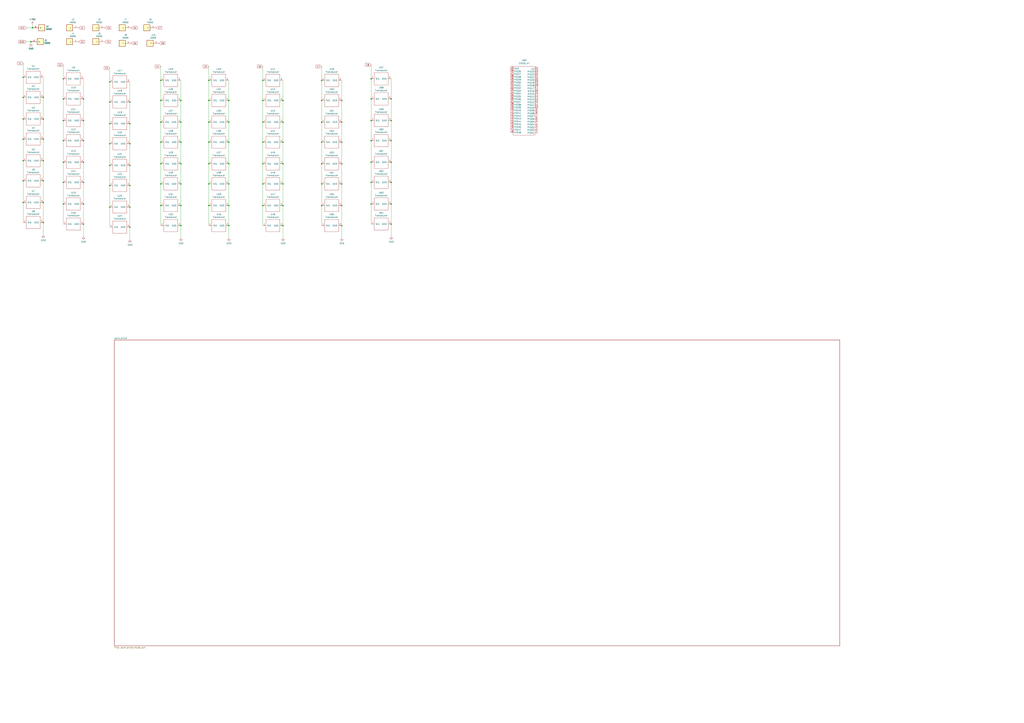
<source format=kicad_sch>
(kicad_sch (version 20211123) (generator eeschema)
  (paper "A1")
  (lib_symbols
    (symbol "SeniorDesign:+70V" (power) (pin_names (offset 0))
      (property "Value" "SeniorDesign_+70V" (at 0 3.556 0))
      (symbol "+70V_0_1"
        (polyline (pts (xy -0.762 1.27) (xy 0 2.54)))
        (polyline (pts (xy 0 0) (xy 0 2.54)))
        (polyline (pts (xy 0 2.54) (xy 0.762 1.27)))
      )
      (symbol "+70V_1_1"
        (pin power_in line (at 0 0 180) (length 0) hide (name "+70V") (number "~"))
      )
    )
    (symbol "SeniorDesign:5000" (pin_names (offset 1.016))
      (property "Reference" "J" (at -2.54 3.81 0))
      (property "Value" "SeniorDesign_5000" (at -2.54 -3.81 0))
      (symbol "5000_0_0"
        (rectangle (start -2.54 -2.54) (end 2.54 2.54) (stroke (width 0.254)) (fill (type background)))
        (pin passive line (at -7.62 0 0) (length 5.08) (name "1") (number "1"))
      )
    )
    (symbol "SeniorDesign:CMOD_A7"
      (property "Reference" "U" (at 8.89 1.016 0))
      (property "Value" "CMOD_A7" (at 9.398 -57.658 0))
      (symbol "CMOD_A7_0_1"
        (rectangle (start 0 0) (end 17.78 -56.388))
      )
      (symbol "CMOD_A7_1_1"
        (pin input line (at 20.32 -54.61 180) (length 2.54) (name "PIO01") (number "1"))
        (pin input line (at 20.32 -34.036 180) (length 2.54) (name "PIO10") (number "10"))
        (pin input line (at 20.32 -31.75 180) (length 2.54) (name "PIO11") (number "11"))
        (pin input line (at 20.32 -29.464 180) (length 2.54) (name "PIO12") (number "12"))
        (pin input line (at 20.32 -27.178 180) (length 2.54) (name "PIO13") (number "13"))
        (pin input line (at 20.32 -24.892 180) (length 2.54) (name "PIO14") (number "14"))
        (pin input line (at 20.32 -22.606 180) (length 2.54) (name "AIN15") (number "15"))
        (pin input line (at 20.32 -20.32 180) (length 2.54) (name "AIN16") (number "16"))
        (pin input line (at 20.32 -18.034 180) (length 2.54) (name "PIO17") (number "17"))
        (pin input line (at 20.32 -15.748 180) (length 2.54) (name "PIO18") (number "18"))
        (pin input line (at 20.32 -13.462 180) (length 2.54) (name "PIO19") (number "19"))
        (pin input line (at 20.32 -52.324 180) (length 2.54) (name "PIO02") (number "2"))
        (pin input line (at 20.32 -11.176 180) (length 2.54) (name "PIO20") (number "20"))
        (pin input line (at 20.32 -8.89 180) (length 2.54) (name "PIO21") (number "21"))
        (pin input line (at 20.32 -6.604 180) (length 2.54) (name "PIO22") (number "22"))
        (pin input line (at 20.32 -4.318 180) (length 2.54) (name "PIO23") (number "23"))
        (pin input line (at 20.32 -2.032 180) (length 2.54) (name "VU") (number "24"))
        (pin input line (at -2.54 -1.778 0) (length 2.54) (name "GND") (number "25"))
        (pin input line (at -2.54 -4.064 0) (length 2.54) (name "PIO26") (number "26"))
        (pin input line (at -2.54 -6.35 0) (length 2.54) (name "PIO27") (number "27"))
        (pin input line (at -2.54 -8.636 0) (length 2.54) (name "PIO28") (number "28"))
        (pin input line (at -2.54 -10.922 0) (length 2.54) (name "PIO29") (number "29"))
        (pin input line (at 20.32 -50.038 180) (length 2.54) (name "PIO03") (number "3"))
        (pin input line (at -2.54 -13.208 0) (length 2.54) (name "PIO30") (number "30"))
        (pin input line (at -2.54 -15.494 0) (length 2.54) (name "PIO31") (number "31"))
        (pin input line (at -2.54 -17.78 0) (length 2.54) (name "PIO32") (number "32"))
        (pin input line (at -2.54 -20.066 0) (length 2.54) (name "PIO33") (number "33"))
        (pin input line (at -2.54 -22.352 0) (length 2.54) (name "PIO34") (number "34"))
        (pin input line (at -2.54 -24.638 0) (length 2.54) (name "PIO35") (number "35"))
        (pin input line (at -2.54 -26.924 0) (length 2.54) (name "PIO36") (number "36"))
        (pin input line (at -2.54 -29.21 0) (length 2.54) (name "PIO37") (number "37"))
        (pin input line (at -2.54 -31.496 0) (length 2.54) (name "PIO38") (number "38"))
        (pin input line (at -2.54 -33.782 0) (length 2.54) (name "PIO39") (number "39"))
        (pin input line (at 20.32 -47.752 180) (length 2.54) (name "PIO04") (number "4"))
        (pin input line (at -2.54 -36.068 0) (length 2.54) (name "PIO40") (number "40"))
        (pin input line (at -2.54 -38.354 0) (length 2.54) (name "PIO41") (number "41"))
        (pin input line (at -2.54 -40.64 0) (length 2.54) (name "PIO42") (number "42"))
        (pin input line (at -2.54 -42.926 0) (length 2.54) (name "PIO43") (number "43"))
        (pin input line (at -2.54 -45.212 0) (length 2.54) (name "PIO44") (number "44"))
        (pin input line (at -2.54 -47.498 0) (length 2.54) (name "PIO45") (number "45"))
        (pin input line (at -2.54 -49.784 0) (length 2.54) (name "PIO46") (number "46"))
        (pin input line (at -2.54 -52.07 0) (length 2.54) (name "PIO47") (number "47"))
        (pin input line (at -2.54 -54.356 0) (length 2.54) (name "PIO48") (number "48"))
        (pin input line (at 20.32 -45.466 180) (length 2.54) (name "PIO05") (number "5"))
        (pin input line (at 20.32 -43.18 180) (length 2.54) (name "PIO06") (number "6"))
        (pin input line (at 20.32 -40.894 180) (length 2.54) (name "PIO07") (number "7"))
        (pin input line (at 20.32 -38.608 180) (length 2.54) (name "PIO08") (number "8"))
        (pin input line (at 20.32 -36.322 180) (length 2.54) (name "PIO09") (number "9"))
      )
    )
    (symbol "SeniorDesign:Transducer" (pin_names (offset 1.016))
      (property "Reference" "U" (at 10.16 11.43 0))
      (property "Value" "SeniorDesign_Transducer" (at 5.08 -1.27 0))
      (symbol "Transducer_0_1"
        (rectangle (start 0 0) (end 11.43 10.16))
      )
      (symbol "Transducer_1_1"
        (pin input line (at -2.54 5.08 0) (length 2.54) (name "SIG") (number "1"))
        (pin input line (at 13.97 5.08 180) (length 2.54) (name "GND") (number "2"))
      )
    )
    (symbol "power:GND" (power) (pin_names (offset 0))
      (property "Value" "GND" (at 0 -3.81 0))
      (symbol "GND_0_1"
        (polyline (pts (xy 0 0) (xy 0 -1.27) (xy 1.27 -1.27) (xy 0 -2.54) (xy -1.27 -1.27) (xy 0 -1.27)))
      )
      (symbol "GND_1_1"
        (pin power_in line (at 0 0 270) (length 0) hide (name "GND") (number "1"))
      )
    )
  )
  (junction (at 35.56 97.79))
  (junction (at 304.8 133.35))
  (junction (at 215.9 116.84))
  (junction (at 148.59 151.13))
  (junction (at 19.05 166.37))
  (junction (at 171.45 151.13))
  (junction (at 187.96 82.55))
  (junction (at 264.16 116.84))
  (junction (at 106.68 118.11))
  (junction (at 321.31 167.64))
  (junction (at 25.4 34.29))
  (junction (at 321.31 115.57))
  (junction (at 68.58 81.28))
  (junction (at 304.8 115.57))
  (junction (at 90.17 135.89))
  (junction (at 90.17 67.31))
  (junction (at 215.9 134.62))
  (junction (at 35.56 182.88))
  (junction (at 304.8 167.64))
  (junction (at 132.08 134.62))
  (junction (at 19.05 132.08))
  (junction (at 35.56 166.37))
  (junction (at 264.16 66.04))
  (junction (at 19.05 97.79))
  (junction (at 321.31 133.35))
  (junction (at 321.31 99.06))
  (junction (at 264.16 168.91))
  (junction (at 132.08 116.84))
  (junction (at 171.45 134.62))
  (junction (at 215.9 82.55))
  (junction (at 264.16 100.33))
  (junction (at 90.17 152.4))
  (junction (at 304.8 81.28))
  (junction (at 52.07 149.86))
  (junction (at 187.96 100.33))
  (junction (at 215.9 151.13))
  (junction (at 280.67 168.91))
  (junction (at 232.41 82.55))
  (junction (at 232.41 185.42))
  (junction (at 68.58 99.06))
  (junction (at 148.59 168.91))
  (junction (at 52.07 133.35))
  (junction (at 132.08 151.13))
  (junction (at 19.05 148.59))
  (junction (at 148.59 100.33))
  (junction (at 148.59 116.84))
  (junction (at 106.68 152.4))
  (junction (at 280.67 134.62))
  (junction (at 52.07 167.64))
  (junction (at 106.68 83.82))
  (junction (at 106.68 135.89))
  (junction (at 304.8 64.77))
  (junction (at 148.59 134.62))
  (junction (at 215.9 66.04))
  (junction (at 132.08 100.33))
  (junction (at 304.8 149.86))
  (junction (at 171.45 168.91))
  (junction (at 19.05 114.3))
  (junction (at 187.96 185.42))
  (junction (at 90.17 101.6))
  (junction (at 148.59 185.42))
  (junction (at 187.96 168.91))
  (junction (at 68.58 133.35))
  (junction (at 19.05 63.5))
  (junction (at 52.07 81.28))
  (junction (at 304.8 99.06))
  (junction (at 68.58 167.64))
  (junction (at 232.41 134.62))
  (junction (at 35.56 114.3))
  (junction (at 35.56 132.08))
  (junction (at 187.96 134.62))
  (junction (at 90.17 83.82))
  (junction (at 52.07 64.77))
  (junction (at 232.41 168.91))
  (junction (at 148.59 82.55))
  (junction (at 132.08 82.55))
  (junction (at 26.67 22.86))
  (junction (at 321.31 149.86))
  (junction (at 106.68 101.6))
  (junction (at 68.58 149.86))
  (junction (at 232.41 100.33))
  (junction (at 264.16 82.55))
  (junction (at 171.45 100.33))
  (junction (at 35.56 148.59))
  (junction (at 280.67 185.42))
  (junction (at 19.05 80.01))
  (junction (at 171.45 116.84))
  (junction (at 106.68 170.18))
  (junction (at 280.67 151.13))
  (junction (at 171.45 82.55))
  (junction (at 215.9 100.33))
  (junction (at 232.41 151.13))
  (junction (at 68.58 115.57))
  (junction (at 187.96 116.84))
  (junction (at 132.08 168.91))
  (junction (at 280.67 82.55))
  (junction (at 232.41 116.84))
  (junction (at 321.31 184.15))
  (junction (at 132.08 66.04))
  (junction (at 90.17 118.11))
  (junction (at 264.16 151.13))
  (junction (at 52.07 99.06))
  (junction (at 106.68 186.69))
  (junction (at 171.45 66.04))
  (junction (at 321.31 81.28))
  (junction (at 52.07 115.57))
  (junction (at 68.58 184.15))
  (junction (at 280.67 116.84))
  (junction (at 215.9 168.91))
  (junction (at 264.16 134.62))
  (junction (at 35.56 80.01))
  (junction (at 90.17 170.18))
  (junction (at 280.67 100.33))
  (junction (at 187.96 151.13))
  (wire (pts (xy 132.08 54.61) (xy 132.08 66.04)))
  (wire (pts (xy 215.9 116.84) (xy 215.9 134.62)))
  (wire (pts (xy 68.58 99.06) (xy 68.58 81.28)))
  (wire (pts (xy 171.45 54.61) (xy 171.45 66.04)))
  (wire (pts (xy 171.45 100.33) (xy 171.45 116.84)))
  (wire (pts (xy 304.8 99.06) (xy 304.8 115.57)))
  (wire (pts (xy 215.9 82.55) (xy 215.9 100.33)))
  (wire (pts (xy 52.07 133.35) (xy 52.07 149.86)))
  (wire (pts (xy 90.17 83.82) (xy 90.17 101.6)))
  (wire (pts (xy 68.58 149.86) (xy 68.58 133.35)))
  (wire (pts (xy 321.31 149.86) (xy 321.31 133.35)))
  (wire (pts (xy 304.8 167.64) (xy 304.8 184.15)))
  (wire (pts (xy 171.45 134.62) (xy 171.45 151.13)))
  (wire (pts (xy 232.41 116.84) (xy 232.41 100.33)))
  (wire (pts (xy 187.96 82.55) (xy 187.96 66.04)))
  (wire (pts (xy 21.59 22.86) (xy 26.67 22.86)))
  (wire (pts (xy 280.67 116.84) (xy 280.67 100.33)))
  (wire (pts (xy 132.08 168.91) (xy 132.08 185.42)))
  (wire (pts (xy 187.96 134.62) (xy 187.96 116.84)))
  (wire (pts (xy 132.08 82.55) (xy 132.08 100.33)))
  (wire (pts (xy 132.08 134.62) (xy 132.08 151.13)))
  (wire (pts (xy 35.56 80.01) (xy 35.56 63.5)))
  (wire (pts (xy 148.59 151.13) (xy 148.59 134.62)))
  (wire (pts (xy 304.8 81.28) (xy 304.8 99.06)))
  (wire (pts (xy 264.16 168.91) (xy 264.16 185.42)))
  (wire (pts (xy 90.17 101.6) (xy 90.17 118.11)))
  (wire (pts (xy 106.68 152.4) (xy 106.68 135.89)))
  (wire (pts (xy 187.96 185.42) (xy 187.96 195.58)))
  (wire (pts (xy 90.17 152.4) (xy 90.17 170.18)))
  (wire (pts (xy 35.56 182.88) (xy 35.56 193.04)))
  (wire (pts (xy 232.41 168.91) (xy 232.41 151.13)))
  (wire (pts (xy 25.4 34.29) (xy 21.59 34.29)))
  (wire (pts (xy 232.41 82.55) (xy 232.41 66.04)))
  (wire (pts (xy 232.41 100.33) (xy 232.41 82.55)))
  (wire (pts (xy 19.05 166.37) (xy 19.05 182.88)))
  (wire (pts (xy 148.59 134.62) (xy 148.59 116.84)))
  (wire (pts (xy 148.59 185.42) (xy 148.59 168.91)))
  (wire (pts (xy 132.08 151.13) (xy 132.08 168.91)))
  (wire (pts (xy 264.16 54.61) (xy 264.16 66.04)))
  (wire (pts (xy 304.8 133.35) (xy 304.8 149.86)))
  (wire (pts (xy 215.9 151.13) (xy 215.9 168.91)))
  (wire (pts (xy 35.56 148.59) (xy 35.56 132.08)))
  (wire (pts (xy 35.56 132.08) (xy 35.56 114.3)))
  (wire (pts (xy 19.05 80.01) (xy 19.05 97.79)))
  (wire (pts (xy 90.17 135.89) (xy 90.17 152.4)))
  (wire (pts (xy 19.05 52.07) (xy 19.05 63.5)))
  (wire (pts (xy 321.31 99.06) (xy 321.31 81.28)))
  (wire (pts (xy 132.08 100.33) (xy 132.08 116.84)))
  (wire (pts (xy 19.05 114.3) (xy 19.05 132.08)))
  (wire (pts (xy 321.31 184.15) (xy 321.31 167.64)))
  (wire (pts (xy 52.07 81.28) (xy 52.07 99.06)))
  (wire (pts (xy 280.67 151.13) (xy 280.67 134.62)))
  (wire (pts (xy 52.07 99.06) (xy 52.07 115.57)))
  (wire (pts (xy 264.16 66.04) (xy 264.16 82.55)))
  (wire (pts (xy 280.67 168.91) (xy 280.67 151.13)))
  (wire (pts (xy 68.58 133.35) (xy 68.58 115.57)))
  (wire (pts (xy 187.96 116.84) (xy 187.96 100.33)))
  (wire (pts (xy 52.07 115.57) (xy 52.07 133.35)))
  (wire (pts (xy 171.45 66.04) (xy 171.45 82.55)))
  (wire (pts (xy 90.17 55.88) (xy 90.17 67.31)))
  (wire (pts (xy 19.05 132.08) (xy 19.05 148.59)))
  (wire (pts (xy 321.31 167.64) (xy 321.31 149.86)))
  (wire (pts (xy 68.58 115.57) (xy 68.58 99.06)))
  (wire (pts (xy 19.05 148.59) (xy 19.05 166.37)))
  (wire (pts (xy 106.68 83.82) (xy 106.68 67.31)))
  (wire (pts (xy 106.68 101.6) (xy 106.68 83.82)))
  (wire (pts (xy 90.17 170.18) (xy 90.17 186.69)))
  (wire (pts (xy 132.08 66.04) (xy 132.08 82.55)))
  (wire (pts (xy 68.58 184.15) (xy 68.58 167.64)))
  (wire (pts (xy 280.67 100.33) (xy 280.67 82.55)))
  (wire (pts (xy 304.8 149.86) (xy 304.8 167.64)))
  (wire (pts (xy 35.56 166.37) (xy 35.56 148.59)))
  (wire (pts (xy 215.9 66.04) (xy 215.9 82.55)))
  (wire (pts (xy 232.41 185.42) (xy 232.41 168.91)))
  (wire (pts (xy 148.59 100.33) (xy 148.59 82.55)))
  (wire (pts (xy 232.41 151.13) (xy 232.41 134.62)))
  (wire (pts (xy 106.68 186.69) (xy 106.68 170.18)))
  (wire (pts (xy 280.67 134.62) (xy 280.67 116.84)))
  (wire (pts (xy 232.41 185.42) (xy 232.41 195.58)))
  (wire (pts (xy 106.68 170.18) (xy 106.68 152.4)))
  (wire (pts (xy 148.59 168.91) (xy 148.59 151.13)))
  (wire (pts (xy 321.31 184.15) (xy 321.31 194.31)))
  (wire (pts (xy 52.07 64.77) (xy 52.07 81.28)))
  (wire (pts (xy 68.58 81.28) (xy 68.58 64.77)))
  (wire (pts (xy 264.16 100.33) (xy 264.16 116.84)))
  (wire (pts (xy 215.9 168.91) (xy 215.9 185.42)))
  (wire (pts (xy 304.8 115.57) (xy 304.8 133.35)))
  (wire (pts (xy 232.41 134.62) (xy 232.41 116.84)))
  (wire (pts (xy 68.58 167.64) (xy 68.58 149.86)))
  (wire (pts (xy 187.96 100.33) (xy 187.96 82.55)))
  (wire (pts (xy 215.9 134.62) (xy 215.9 151.13)))
  (wire (pts (xy 19.05 97.79) (xy 19.05 114.3)))
  (wire (pts (xy 304.8 53.34) (xy 304.8 64.77)))
  (wire (pts (xy 321.31 133.35) (xy 321.31 115.57)))
  (wire (pts (xy 171.45 116.84) (xy 171.45 134.62)))
  (wire (pts (xy 215.9 100.33) (xy 215.9 116.84)))
  (wire (pts (xy 35.56 114.3) (xy 35.56 97.79)))
  (wire (pts (xy 264.16 116.84) (xy 264.16 134.62)))
  (wire (pts (xy 132.08 116.84) (xy 132.08 134.62)))
  (wire (pts (xy 148.59 185.42) (xy 148.59 195.58)))
  (wire (pts (xy 52.07 167.64) (xy 52.07 184.15)))
  (wire (pts (xy 106.68 135.89) (xy 106.68 118.11)))
  (wire (pts (xy 106.68 118.11) (xy 106.68 101.6)))
  (wire (pts (xy 280.67 185.42) (xy 280.67 195.58)))
  (wire (pts (xy 90.17 67.31) (xy 90.17 83.82)))
  (wire (pts (xy 35.56 182.88) (xy 35.56 166.37)))
  (wire (pts (xy 264.16 82.55) (xy 264.16 100.33)))
  (wire (pts (xy 52.07 53.34) (xy 52.07 64.77)))
  (wire (pts (xy 321.31 81.28) (xy 321.31 64.77)))
  (wire (pts (xy 215.9 54.61) (xy 215.9 66.04)))
  (wire (pts (xy 187.96 151.13) (xy 187.96 134.62)))
  (wire (pts (xy 187.96 185.42) (xy 187.96 168.91)))
  (wire (pts (xy 148.59 116.84) (xy 148.59 100.33)))
  (wire (pts (xy 19.05 63.5) (xy 19.05 80.01)))
  (wire (pts (xy 280.67 82.55) (xy 280.67 66.04)))
  (wire (pts (xy 304.8 64.77) (xy 304.8 81.28)))
  (wire (pts (xy 26.67 22.86) (xy 26.67 20.32)))
  (wire (pts (xy 68.58 184.15) (xy 68.58 194.31)))
  (wire (pts (xy 171.45 151.13) (xy 171.45 168.91)))
  (wire (pts (xy 106.68 186.69) (xy 106.68 196.85)))
  (wire (pts (xy 187.96 168.91) (xy 187.96 151.13)))
  (wire (pts (xy 148.59 82.55) (xy 148.59 66.04)))
  (wire (pts (xy 171.45 168.91) (xy 171.45 185.42)))
  (wire (pts (xy 264.16 151.13) (xy 264.16 168.91)))
  (wire (pts (xy 52.07 149.86) (xy 52.07 167.64)))
  (wire (pts (xy 35.56 97.79) (xy 35.56 80.01)))
  (wire (pts (xy 90.17 118.11) (xy 90.17 135.89)))
  (wire (pts (xy 25.4 35.56) (xy 25.4 34.29)))
  (wire (pts (xy 321.31 115.57) (xy 321.31 99.06)))
  (wire (pts (xy 264.16 134.62) (xy 264.16 151.13)))
  (wire (pts (xy 171.45 82.55) (xy 171.45 100.33)))
  (wire (pts (xy 280.67 185.42) (xy 280.67 168.91)))
  (global_label "V1" (shape input) (at 64.77 22.86 0) (property "Intersheet References" "${INTERSHEET_REFS}" (effects hide)))
  (global_label "V8" (shape input) (at 130.81 35.56 0) (property "Intersheet References" "${INTERSHEET_REFS}" (effects hide)))
  (global_label "V4" (shape input) (at 132.08 54.61 180) (property "Intersheet References" "${INTERSHEET_REFS}" (effects hide)))
  (global_label "V5" (shape input) (at 107.95 22.86 0) (property "Intersheet References" "${INTERSHEET_REFS}" (effects hide)))
  (global_label "V1" (shape input) (at 19.05 52.07 180) (property "Intersheet References" "${INTERSHEET_REFS}" (effects hide)))
  (global_label "VCC" (shape input) (at 21.59 22.86 180) (property "Intersheet References" "${INTERSHEET_REFS}" (effects hide)))
  (global_label "V3" (shape input) (at 86.36 22.86 0) (property "Intersheet References" "${INTERSHEET_REFS}" (effects hide)))
  (global_label "V7" (shape input) (at 264.16 54.61 180) (property "Intersheet References" "${INTERSHEET_REFS}" (effects hide)))
  (global_label "V8" (shape input) (at 304.8 53.34 180) (property "Intersheet References" "${INTERSHEET_REFS}" (effects hide)))
  (global_label "V2" (shape input) (at 52.07 53.34 180) (property "Intersheet References" "${INTERSHEET_REFS}" (effects hide)))
  (global_label "V3" (shape input) (at 90.17 55.88 180) (property "Intersheet References" "${INTERSHEET_REFS}" (effects hide)))
  (global_label "V4" (shape input) (at 86.36 34.29 0) (property "Intersheet References" "${INTERSHEET_REFS}" (effects hide)))
  (global_label "V2" (shape input) (at 64.77 34.29 0) (property "Intersheet References" "${INTERSHEET_REFS}" (effects hide)))
  (global_label "V7" (shape input) (at 128.27 22.86 0) (property "Intersheet References" "${INTERSHEET_REFS}" (effects hide)))
  (global_label "V6" (shape input) (at 107.95 35.56 0) (property "Intersheet References" "${INTERSHEET_REFS}" (effects hide)))
  (global_label "V5" (shape input) (at 171.45 54.61 180) (property "Intersheet References" "${INTERSHEET_REFS}" (effects hide)))
  (global_label "GND" (shape input) (at 21.59 34.29 180) (property "Intersheet References" "${INTERSHEET_REFS}" (effects hide)))
  (global_label "V6" (shape input) (at 215.9 54.61 180) (property "Intersheet References" "${INTERSHEET_REFS}" (effects hide)))
  (symbol (lib_id "power:GND") (at 25.4 35.56 0) (unit 1)
    (property "Reference" "#PWR0101" (effects hide))
    (property "Value" "GND" (at 25.527 39.9542 0))
  )
  (symbol (lib_id "SeniorDesign:+70V") (at 26.67 20.32 0) (unit 1)
    (property "Reference" "#PWR0102" (effects hide))
    (property "Value" "+70V" (at 26.67 15.9258 0))
  )
  (symbol (lib_id "SeniorDesign:5000") (at 34.29 22.86 0) (unit 1)
    (property "Reference" "J2" (at 37.592 21.6916 0) (effects (justify left)))
    (property "Value" "5000" (at 37.592 24.003 0) (effects (justify left)))
    (property "Footprint" "SeniorDesign:KEYSTONE_5000_TestPoint" (effects hide))
    (property "MANUFACTURER" "KEYSTONE" (effects hide))
    (property "MAXIMUM_PACKAGE_HEIGHT" "4.57mm" (effects hide))
  )
  (symbol (lib_id "SeniorDesign:5000") (at 33.02 34.29 0) (unit 1)
    (property "Reference" "J1" (at 36.322 33.1216 0) (effects (justify left)))
    (property "Value" "5000" (at 36.322 35.433 0) (effects (justify left)))
    (property "Footprint" "SeniorDesign:KEYSTONE_5000_TestPoint" (effects hide))
    (property "MANUFACTURER" "KEYSTONE" (effects hide))
    (property "MAXIMUM_PACKAGE_HEIGHT" "4.57mm" (effects hide))
  )
  (symbol (lib_id "SeniorDesign:Transducer") (at 21.59 68.58 0) (unit 1)
    (property "Reference" "U1" (at 27.305 54.229 0))
    (property "Value" "Transducer" (at 27.305 56.5404 0))
    (property "Footprint" "SeniorDesign:Transducer" (effects hide))
  )
  (symbol (lib_id "SeniorDesign:Transducer") (at 21.59 85.09 0) (unit 1)
    (property "Reference" "U2" (at 27.305 70.739 0))
    (property "Value" "Transducer" (at 27.305 73.0504 0))
    (property "Footprint" "SeniorDesign:Transducer" (effects hide))
  )
  (symbol (lib_id "SeniorDesign:Transducer") (at 21.59 102.87 0) (unit 1)
    (property "Reference" "U3" (at 27.305 88.519 0))
    (property "Value" "Transducer" (at 27.305 90.8304 0))
    (property "Footprint" "SeniorDesign:Transducer" (effects hide))
  )
  (symbol (lib_id "SeniorDesign:Transducer") (at 21.59 119.38 0) (unit 1)
    (property "Reference" "U4" (at 27.305 105.029 0))
    (property "Value" "Transducer" (at 27.305 107.3404 0))
    (property "Footprint" "SeniorDesign:Transducer" (effects hide))
  )
  (symbol (lib_id "SeniorDesign:Transducer") (at 21.59 137.16 0) (unit 1)
    (property "Reference" "U5" (at 27.305 122.809 0))
    (property "Value" "Transducer" (at 27.305 125.1204 0))
    (property "Footprint" "SeniorDesign:Transducer" (effects hide))
  )
  (symbol (lib_id "SeniorDesign:Transducer") (at 21.59 153.67 0) (unit 1)
    (property "Reference" "U6" (at 27.305 139.319 0))
    (property "Value" "Transducer" (at 27.305 141.6304 0))
    (property "Footprint" "SeniorDesign:Transducer" (effects hide))
  )
  (symbol (lib_id "SeniorDesign:Transducer") (at 21.59 171.45 0) (unit 1)
    (property "Reference" "U7" (at 27.305 157.099 0))
    (property "Value" "Transducer" (at 27.305 159.4104 0))
    (property "Footprint" "SeniorDesign:Transducer" (effects hide))
  )
  (symbol (lib_id "SeniorDesign:Transducer") (at 21.59 187.96 0) (unit 1)
    (property "Reference" "U8" (at 27.305 173.609 0))
    (property "Value" "Transducer" (at 27.305 175.9204 0))
    (property "Footprint" "SeniorDesign:Transducer" (effects hide))
  )
  (symbol (lib_id "power:GND") (at 35.56 193.04 0) (unit 1)
    (property "Reference" "#PWR0103" (effects hide))
    (property "Value" "GND" (at 35.687 197.4342 0))
  )
  (symbol (lib_id "SeniorDesign:Transducer") (at 54.61 69.85 0) (unit 1)
    (property "Reference" "U9" (at 60.325 55.499 0))
    (property "Value" "Transducer" (at 60.325 57.8104 0))
    (property "Footprint" "SeniorDesign:Transducer" (effects hide))
  )
  (symbol (lib_id "SeniorDesign:Transducer") (at 54.61 86.36 0) (unit 1)
    (property "Reference" "U10" (at 60.325 72.009 0))
    (property "Value" "Transducer" (at 60.325 74.3204 0))
    (property "Footprint" "SeniorDesign:Transducer" (effects hide))
  )
  (symbol (lib_id "SeniorDesign:Transducer") (at 54.61 104.14 0) (unit 1)
    (property "Reference" "U11" (at 60.325 89.789 0))
    (property "Value" "Transducer" (at 60.325 92.1004 0))
    (property "Footprint" "SeniorDesign:Transducer" (effects hide))
  )
  (symbol (lib_id "SeniorDesign:Transducer") (at 54.61 120.65 0) (unit 1)
    (property "Reference" "U12" (at 60.325 106.299 0))
    (property "Value" "Transducer" (at 60.325 108.6104 0))
    (property "Footprint" "SeniorDesign:Transducer" (effects hide))
  )
  (symbol (lib_id "SeniorDesign:Transducer") (at 54.61 138.43 0) (unit 1)
    (property "Reference" "U13" (at 60.325 124.079 0))
    (property "Value" "Transducer" (at 60.325 126.3904 0))
    (property "Footprint" "SeniorDesign:Transducer" (effects hide))
  )
  (symbol (lib_id "SeniorDesign:Transducer") (at 54.61 154.94 0) (unit 1)
    (property "Reference" "U14" (at 60.325 140.589 0))
    (property "Value" "Transducer" (at 60.325 142.9004 0))
    (property "Footprint" "SeniorDesign:Transducer" (effects hide))
  )
  (symbol (lib_id "SeniorDesign:Transducer") (at 54.61 172.72 0) (unit 1)
    (property "Reference" "U15" (at 60.325 158.369 0))
    (property "Value" "Transducer" (at 60.325 160.6804 0))
    (property "Footprint" "SeniorDesign:Transducer" (effects hide))
  )
  (symbol (lib_id "SeniorDesign:Transducer") (at 54.61 189.23 0) (unit 1)
    (property "Reference" "U16" (at 60.325 174.879 0))
    (property "Value" "Transducer" (at 60.325 177.1904 0))
    (property "Footprint" "SeniorDesign:Transducer" (effects hide))
  )
  (symbol (lib_id "power:GND") (at 68.58 194.31 0) (unit 1)
    (property "Reference" "#PWR0104" (effects hide))
    (property "Value" "GND" (at 68.707 198.7042 0))
  )
  (symbol (lib_id "SeniorDesign:Transducer") (at 92.71 72.39 0) (unit 1)
    (property "Reference" "U17" (at 98.425 58.039 0))
    (property "Value" "Transducer" (at 98.425 60.3504 0))
    (property "Footprint" "SeniorDesign:Transducer" (effects hide))
  )
  (symbol (lib_id "SeniorDesign:Transducer") (at 92.71 88.9 0) (unit 1)
    (property "Reference" "U18" (at 98.425 74.549 0))
    (property "Value" "Transducer" (at 98.425 76.8604 0))
    (property "Footprint" "SeniorDesign:Transducer" (effects hide))
  )
  (symbol (lib_id "SeniorDesign:Transducer") (at 92.71 106.68 0) (unit 1)
    (property "Reference" "U19" (at 98.425 92.329 0))
    (property "Value" "Transducer" (at 98.425 94.6404 0))
    (property "Footprint" "SeniorDesign:Transducer" (effects hide))
  )
  (symbol (lib_id "SeniorDesign:Transducer") (at 92.71 123.19 0) (unit 1)
    (property "Reference" "U20" (at 98.425 108.839 0))
    (property "Value" "Transducer" (at 98.425 111.1504 0))
    (property "Footprint" "SeniorDesign:Transducer" (effects hide))
  )
  (symbol (lib_id "SeniorDesign:Transducer") (at 92.71 140.97 0) (unit 1)
    (property "Reference" "U21" (at 98.425 126.619 0))
    (property "Value" "Transducer" (at 98.425 128.9304 0))
    (property "Footprint" "SeniorDesign:Transducer" (effects hide))
  )
  (symbol (lib_id "SeniorDesign:Transducer") (at 92.71 157.48 0) (unit 1)
    (property "Reference" "U22" (at 98.425 143.129 0))
    (property "Value" "Transducer" (at 98.425 145.4404 0))
    (property "Footprint" "SeniorDesign:Transducer" (effects hide))
  )
  (symbol (lib_id "SeniorDesign:Transducer") (at 92.71 175.26 0) (unit 1)
    (property "Reference" "U23" (at 98.425 160.909 0))
    (property "Value" "Transducer" (at 98.425 163.2204 0))
    (property "Footprint" "SeniorDesign:Transducer" (effects hide))
  )
  (symbol (lib_id "SeniorDesign:Transducer") (at 92.71 191.77 0) (unit 1)
    (property "Reference" "U24" (at 98.425 177.419 0))
    (property "Value" "Transducer" (at 98.425 179.7304 0))
    (property "Footprint" "SeniorDesign:Transducer" (effects hide))
  )
  (symbol (lib_id "power:GND") (at 106.68 196.85 0) (unit 1)
    (property "Reference" "#PWR0105" (effects hide))
    (property "Value" "GND" (at 106.807 201.2442 0))
  )
  (symbol (lib_id "SeniorDesign:Transducer") (at 134.62 71.12 0) (unit 1)
    (property "Reference" "U25" (at 140.335 56.769 0))
    (property "Value" "Transducer" (at 140.335 59.0804 0))
    (property "Footprint" "SeniorDesign:Transducer" (effects hide))
  )
  (symbol (lib_id "SeniorDesign:Transducer") (at 134.62 87.63 0) (unit 1)
    (property "Reference" "U26" (at 140.335 73.279 0))
    (property "Value" "Transducer" (at 140.335 75.5904 0))
    (property "Footprint" "SeniorDesign:Transducer" (effects hide))
  )
  (symbol (lib_id "SeniorDesign:Transducer") (at 134.62 105.41 0) (unit 1)
    (property "Reference" "U27" (at 140.335 91.059 0))
    (property "Value" "Transducer" (at 140.335 93.3704 0))
    (property "Footprint" "SeniorDesign:Transducer" (effects hide))
  )
  (symbol (lib_id "SeniorDesign:Transducer") (at 134.62 121.92 0) (unit 1)
    (property "Reference" "U28" (at 140.335 107.569 0))
    (property "Value" "Transducer" (at 140.335 109.8804 0))
    (property "Footprint" "SeniorDesign:Transducer" (effects hide))
  )
  (symbol (lib_id "SeniorDesign:Transducer") (at 134.62 139.7 0) (unit 1)
    (property "Reference" "U29" (at 140.335 125.349 0))
    (property "Value" "Transducer" (at 140.335 127.6604 0))
    (property "Footprint" "SeniorDesign:Transducer" (effects hide))
  )
  (symbol (lib_id "SeniorDesign:Transducer") (at 134.62 156.21 0) (unit 1)
    (property "Reference" "U30" (at 140.335 141.859 0))
    (property "Value" "Transducer" (at 140.335 144.1704 0))
    (property "Footprint" "SeniorDesign:Transducer" (effects hide))
  )
  (symbol (lib_id "SeniorDesign:Transducer") (at 134.62 173.99 0) (unit 1)
    (property "Reference" "U31" (at 140.335 159.639 0))
    (property "Value" "Transducer" (at 140.335 161.9504 0))
    (property "Footprint" "SeniorDesign:Transducer" (effects hide))
  )
  (symbol (lib_id "SeniorDesign:Transducer") (at 134.62 190.5 0) (unit 1)
    (property "Reference" "U32" (at 140.335 176.149 0))
    (property "Value" "Transducer" (at 140.335 178.4604 0))
    (property "Footprint" "SeniorDesign:Transducer" (effects hide))
  )
  (symbol (lib_id "power:GND") (at 148.59 195.58 0) (unit 1)
    (property "Reference" "#PWR0106" (effects hide))
    (property "Value" "GND" (at 148.717 199.9742 0))
  )
  (symbol (lib_id "SeniorDesign:Transducer") (at 173.99 71.12 0) (unit 1)
    (property "Reference" "U33" (at 179.705 56.769 0))
    (property "Value" "Transducer" (at 179.705 59.0804 0))
    (property "Footprint" "SeniorDesign:Transducer" (effects hide))
  )
  (symbol (lib_id "SeniorDesign:Transducer") (at 173.99 87.63 0) (unit 1)
    (property "Reference" "U34" (at 179.705 73.279 0))
    (property "Value" "Transducer" (at 179.705 75.5904 0))
    (property "Footprint" "SeniorDesign:Transducer" (effects hide))
  )
  (symbol (lib_id "SeniorDesign:Transducer") (at 173.99 105.41 0) (unit 1)
    (property "Reference" "U35" (at 179.705 91.059 0))
    (property "Value" "Transducer" (at 179.705 93.3704 0))
    (property "Footprint" "SeniorDesign:Transducer" (effects hide))
  )
  (symbol (lib_id "SeniorDesign:Transducer") (at 173.99 121.92 0) (unit 1)
    (property "Reference" "U36" (at 179.705 107.569 0))
    (property "Value" "Transducer" (at 179.705 109.8804 0))
    (property "Footprint" "SeniorDesign:Transducer" (effects hide))
  )
  (symbol (lib_id "SeniorDesign:Transducer") (at 173.99 139.7 0) (unit 1)
    (property "Reference" "U37" (at 179.705 125.349 0))
    (property "Value" "Transducer" (at 179.705 127.6604 0))
    (property "Footprint" "SeniorDesign:Transducer" (effects hide))
  )
  (symbol (lib_id "SeniorDesign:Transducer") (at 173.99 156.21 0) (unit 1)
    (property "Reference" "U38" (at 179.705 141.859 0))
    (property "Value" "Transducer" (at 179.705 144.1704 0))
    (property "Footprint" "SeniorDesign:Transducer" (effects hide))
  )
  (symbol (lib_id "SeniorDesign:Transducer") (at 173.99 173.99 0) (unit 1)
    (property "Reference" "U39" (at 179.705 159.639 0))
    (property "Value" "Transducer" (at 179.705 161.9504 0))
    (property "Footprint" "SeniorDesign:Transducer" (effects hide))
  )
  (symbol (lib_id "SeniorDesign:Transducer") (at 173.99 190.5 0) (unit 1)
    (property "Reference" "U40" (at 179.705 176.149 0))
    (property "Value" "Transducer" (at 179.705 178.4604 0))
    (property "Footprint" "SeniorDesign:Transducer" (effects hide))
  )
  (symbol (lib_id "power:GND") (at 187.96 195.58 0) (unit 1)
    (property "Reference" "#PWR0107" (effects hide))
    (property "Value" "GND" (at 188.087 199.9742 0))
  )
  (symbol (lib_id "SeniorDesign:Transducer") (at 218.44 71.12 0) (unit 1)
    (property "Reference" "U41" (at 224.155 56.769 0))
    (property "Value" "Transducer" (at 224.155 59.0804 0))
    (property "Footprint" "SeniorDesign:Transducer" (effects hide))
  )
  (symbol (lib_id "SeniorDesign:Transducer") (at 218.44 87.63 0) (unit 1)
    (property "Reference" "U42" (at 224.155 73.279 0))
    (property "Value" "Transducer" (at 224.155 75.5904 0))
    (property "Footprint" "SeniorDesign:Transducer" (effects hide))
  )
  (symbol (lib_id "SeniorDesign:Transducer") (at 218.44 105.41 0) (unit 1)
    (property "Reference" "U43" (at 224.155 91.059 0))
    (property "Value" "Transducer" (at 224.155 93.3704 0))
    (property "Footprint" "SeniorDesign:Transducer" (effects hide))
  )
  (symbol (lib_id "SeniorDesign:Transducer") (at 218.44 121.92 0) (unit 1)
    (property "Reference" "U44" (at 224.155 107.569 0))
    (property "Value" "Transducer" (at 224.155 109.8804 0))
    (property "Footprint" "SeniorDesign:Transducer" (effects hide))
  )
  (symbol (lib_id "SeniorDesign:Transducer") (at 218.44 139.7 0) (unit 1)
    (property "Reference" "U45" (at 224.155 125.349 0))
    (property "Value" "Transducer" (at 224.155 127.6604 0))
    (property "Footprint" "SeniorDesign:Transducer" (effects hide))
  )
  (symbol (lib_id "SeniorDesign:Transducer") (at 218.44 156.21 0) (unit 1)
    (property "Reference" "U46" (at 224.155 141.859 0))
    (property "Value" "Transducer" (at 224.155 144.1704 0))
    (property "Footprint" "SeniorDesign:Transducer" (effects hide))
  )
  (symbol (lib_id "SeniorDesign:Transducer") (at 218.44 173.99 0) (unit 1)
    (property "Reference" "U47" (at 224.155 159.639 0))
    (property "Value" "Transducer" (at 224.155 161.9504 0))
    (property "Footprint" "SeniorDesign:Transducer" (effects hide))
  )
  (symbol (lib_id "SeniorDesign:Transducer") (at 218.44 190.5 0) (unit 1)
    (property "Reference" "U48" (at 224.155 176.149 0))
    (property "Value" "Transducer" (at 224.155 178.4604 0))
    (property "Footprint" "SeniorDesign:Transducer" (effects hide))
  )
  (symbol (lib_id "power:GND") (at 232.41 195.58 0) (unit 1)
    (property "Reference" "#PWR0108" (effects hide))
    (property "Value" "GND" (at 232.537 199.9742 0))
  )
  (symbol (lib_id "SeniorDesign:Transducer") (at 266.7 71.12 0) (unit 1)
    (property "Reference" "U49" (at 272.415 56.769 0))
    (property "Value" "Transducer" (at 272.415 59.0804 0))
    (property "Footprint" "SeniorDesign:Transducer" (effects hide))
  )
  (symbol (lib_id "SeniorDesign:Transducer") (at 266.7 87.63 0) (unit 1)
    (property "Reference" "U50" (at 272.415 73.279 0))
    (property "Value" "Transducer" (at 272.415 75.5904 0))
    (property "Footprint" "SeniorDesign:Transducer" (effects hide))
  )
  (symbol (lib_id "SeniorDesign:Transducer") (at 266.7 105.41 0) (unit 1)
    (property "Reference" "U51" (at 272.415 91.059 0))
    (property "Value" "Transducer" (at 272.415 93.3704 0))
    (property "Footprint" "SeniorDesign:Transducer" (effects hide))
  )
  (symbol (lib_id "SeniorDesign:Transducer") (at 266.7 121.92 0) (unit 1)
    (property "Reference" "U52" (at 272.415 107.569 0))
    (property "Value" "Transducer" (at 272.415 109.8804 0))
    (property "Footprint" "SeniorDesign:Transducer" (effects hide))
  )
  (symbol (lib_id "SeniorDesign:Transducer") (at 266.7 139.7 0) (unit 1)
    (property "Reference" "U53" (at 272.415 125.349 0))
    (property "Value" "Transducer" (at 272.415 127.6604 0))
    (property "Footprint" "SeniorDesign:Transducer" (effects hide))
  )
  (symbol (lib_id "SeniorDesign:Transducer") (at 266.7 156.21 0) (unit 1)
    (property "Reference" "U54" (at 272.415 141.859 0))
    (property "Value" "Transducer" (at 272.415 144.1704 0))
    (property "Footprint" "SeniorDesign:Transducer" (effects hide))
  )
  (symbol (lib_id "SeniorDesign:Transducer") (at 266.7 173.99 0) (unit 1)
    (property "Reference" "U55" (at 272.415 159.639 0))
    (property "Value" "Transducer" (at 272.415 161.9504 0))
    (property "Footprint" "SeniorDesign:Transducer" (effects hide))
  )
  (symbol (lib_id "SeniorDesign:Transducer") (at 266.7 190.5 0) (unit 1)
    (property "Reference" "U56" (at 272.415 176.149 0))
    (property "Value" "Transducer" (at 272.415 178.4604 0))
    (property "Footprint" "SeniorDesign:Transducer" (effects hide))
  )
  (symbol (lib_id "power:GND") (at 280.67 195.58 0) (unit 1)
    (property "Reference" "#PWR0109" (effects hide))
    (property "Value" "GND" (at 280.797 199.9742 0))
  )
  (symbol (lib_id "SeniorDesign:Transducer") (at 307.34 69.85 0) (unit 1)
    (property "Reference" "U57" (at 313.055 55.499 0))
    (property "Value" "Transducer" (at 313.055 57.8104 0))
    (property "Footprint" "SeniorDesign:Transducer" (effects hide))
  )
  (symbol (lib_id "SeniorDesign:Transducer") (at 307.34 86.36 0) (unit 1)
    (property "Reference" "U58" (at 313.055 72.009 0))
    (property "Value" "Transducer" (at 313.055 74.3204 0))
    (property "Footprint" "SeniorDesign:Transducer" (effects hide))
  )
  (symbol (lib_id "SeniorDesign:Transducer") (at 307.34 104.14 0) (unit 1)
    (property "Reference" "U59" (at 313.055 89.789 0))
    (property "Value" "Transducer" (at 313.055 92.1004 0))
    (property "Footprint" "SeniorDesign:Transducer" (effects hide))
  )
  (symbol (lib_id "SeniorDesign:Transducer") (at 307.34 120.65 0) (unit 1)
    (property "Reference" "U60" (at 313.055 106.299 0))
    (property "Value" "Transducer" (at 313.055 108.6104 0))
    (property "Footprint" "SeniorDesign:Transducer" (effects hide))
  )
  (symbol (lib_id "SeniorDesign:Transducer") (at 307.34 138.43 0) (unit 1)
    (property "Reference" "U61" (at 313.055 124.079 0))
    (property "Value" "Transducer" (at 313.055 126.3904 0))
    (property "Footprint" "SeniorDesign:Transducer" (effects hide))
  )
  (symbol (lib_id "SeniorDesign:Transducer") (at 307.34 154.94 0) (unit 1)
    (property "Reference" "U62" (at 313.055 140.589 0))
    (property "Value" "Transducer" (at 313.055 142.9004 0))
    (property "Footprint" "SeniorDesign:Transducer" (effects hide))
  )
  (symbol (lib_id "SeniorDesign:Transducer") (at 307.34 172.72 0) (unit 1)
    (property "Reference" "U63" (at 313.055 158.369 0))
    (property "Value" "Transducer" (at 313.055 160.6804 0))
    (property "Footprint" "SeniorDesign:Transducer" (effects hide))
  )
  (symbol (lib_id "SeniorDesign:Transducer") (at 307.34 189.23 0) (unit 1)
    (property "Reference" "U64" (at 313.055 174.879 0))
    (property "Value" "Transducer" (at 313.055 177.1904 0))
    (property "Footprint" "SeniorDesign:Transducer" (effects hide))
  )
  (symbol (lib_id "power:GND") (at 321.31 194.31 0) (unit 1)
    (property "Reference" "#PWR0110" (effects hide))
    (property "Value" "GND" (at 321.437 198.7042 0))
  )
  (symbol (lib_id "SeniorDesign:5000") (at 57.15 22.86 180) (unit 1)
    (property "Reference" "J3" (at 59.8678 16.0782 0))
    (property "Value" "5000" (at 59.8678 18.3896 0))
    (property "Footprint" "SeniorDesign:KEYSTONE_5000_TestPoint" (effects hide))
    (property "MANUFACTURER" "KEYSTONE" (effects hide))
    (property "MAXIMUM_PACKAGE_HEIGHT" "4.57mm" (effects hide))
  )
  (symbol (lib_id "SeniorDesign:5000") (at 57.15 34.29 180) (unit 1)
    (property "Reference" "J4" (at 59.8678 27.5082 0))
    (property "Value" "5000" (at 59.8678 29.8196 0))
    (property "Footprint" "SeniorDesign:KEYSTONE_5000_TestPoint" (effects hide))
    (property "MANUFACTURER" "KEYSTONE" (effects hide))
    (property "MAXIMUM_PACKAGE_HEIGHT" "4.57mm" (effects hide))
  )
  (symbol (lib_id "SeniorDesign:5000") (at 100.33 22.86 180) (unit 1)
    (property "Reference" "J7" (at 103.0478 16.0782 0))
    (property "Value" "5000" (at 103.0478 18.3896 0))
    (property "Footprint" "SeniorDesign:KEYSTONE_5000_TestPoint" (effects hide))
    (property "MANUFACTURER" "KEYSTONE" (effects hide))
    (property "MAXIMUM_PACKAGE_HEIGHT" "4.57mm" (effects hide))
  )
  (symbol (lib_id "SeniorDesign:5000") (at 120.65 22.86 180) (unit 1)
    (property "Reference" "J9" (at 123.3678 16.0782 0))
    (property "Value" "5000" (at 123.3678 18.3896 0))
    (property "Footprint" "SeniorDesign:KEYSTONE_5000_TestPoint" (effects hide))
    (property "MANUFACTURER" "KEYSTONE" (effects hide))
    (property "MAXIMUM_PACKAGE_HEIGHT" "4.57mm" (effects hide))
  )
  (symbol (lib_id "SeniorDesign:5000") (at 78.74 22.86 180) (unit 1)
    (property "Reference" "J5" (at 81.4578 16.0782 0))
    (property "Value" "5000" (at 81.4578 18.3896 0))
    (property "Footprint" "SeniorDesign:KEYSTONE_5000_TestPoint" (effects hide))
    (property "MANUFACTURER" "KEYSTONE" (effects hide))
    (property "MAXIMUM_PACKAGE_HEIGHT" "4.57mm" (effects hide))
  )
  (symbol (lib_id "SeniorDesign:5000") (at 78.74 34.29 180) (unit 1)
    (property "Reference" "J6" (at 81.4578 27.5082 0))
    (property "Value" "5000" (at 81.4578 29.8196 0))
    (property "Footprint" "SeniorDesign:KEYSTONE_5000_TestPoint" (effects hide))
    (property "MANUFACTURER" "KEYSTONE" (effects hide))
    (property "MAXIMUM_PACKAGE_HEIGHT" "4.57mm" (effects hide))
  )
  (symbol (lib_id "SeniorDesign:5000") (at 100.33 35.56 180) (unit 1)
    (property "Reference" "J8" (at 103.0478 28.7782 0))
    (property "Value" "5000" (at 103.0478 31.0896 0))
    (property "Footprint" "SeniorDesign:KEYSTONE_5000_TestPoint" (effects hide))
    (property "MANUFACTURER" "KEYSTONE" (effects hide))
    (property "MAXIMUM_PACKAGE_HEIGHT" "4.57mm" (effects hide))
  )
  (symbol (lib_id "SeniorDesign:5000") (at 123.19 35.56 180) (unit 1)
    (property "Reference" "J10" (at 125.9078 28.7782 0))
    (property "Value" "5000" (at 125.9078 31.0896 0))
    (property "Footprint" "SeniorDesign:KEYSTONE_5000_TestPoint" (effects hide))
    (property "MANUFACTURER" "KEYSTONE" (effects hide))
    (property "MAXIMUM_PACKAGE_HEIGHT" "4.57mm" (effects hide))
  )
  (symbol (lib_id "SeniorDesign:CMOD_A7") (at 421.64 54.61 0) (unit 1)
    (property "Reference" "U65" (at 430.53 49.53 0))
    (property "Value" "CMOD_A7" (at 430.53 52.07 0))
    (property "Footprint" "SeniorDesign:CMOD A7" (effects hide))
  )
  (sheet (at 93.98 279.4) (size 595.63 251.46)
    (property "Sheet name" "pwm_driver" (at 93.98 278.6884 0) (effects (justify left bottom)))
    (property "Sheet file" "pwm_driver.kicad_sch" (at 93.98 531.4446 0) (effects (justify left top)))
  )
)
</source>
